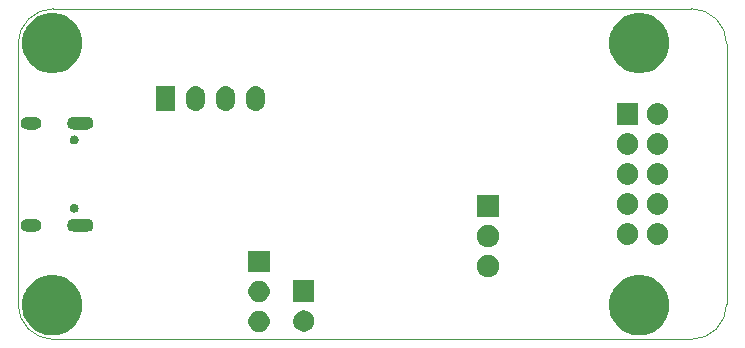
<source format=gbr>
G04 #@! TF.GenerationSoftware,KiCad,Pcbnew,5.1.5+dfsg1-2build2*
G04 #@! TF.CreationDate,2020-09-23T01:19:26+04:00*
G04 #@! TF.ProjectId,RailLink,5261696c-4c69-46e6-9b2e-6b696361645f,rev?*
G04 #@! TF.SameCoordinates,PX5f5e100PY7a12000*
G04 #@! TF.FileFunction,Soldermask,Bot*
G04 #@! TF.FilePolarity,Negative*
%FSLAX46Y46*%
G04 Gerber Fmt 4.6, Leading zero omitted, Abs format (unit mm)*
G04 Created by KiCad (PCBNEW 5.1.5+dfsg1-2build2) date 2020-09-23 01:19:26*
%MOMM*%
%LPD*%
G04 APERTURE LIST*
%ADD10C,0.050000*%
%ADD11C,0.160000*%
G04 APERTURE END LIST*
D10*
X3000000Y0D02*
G75*
G02X0Y3000000I0J3000000D01*
G01*
X0Y25000000D02*
G75*
G02X3000000Y28000000I3000000J0D01*
G01*
X57000000Y28000000D02*
G75*
G02X60000000Y25000000I0J-3000000D01*
G01*
X60000000Y3000000D02*
G75*
G02X57000000Y0I-3000000J0D01*
G01*
X57000000Y28000000D02*
X3000000Y28000000D01*
X60000000Y3000000D02*
X60000000Y25000000D01*
X3000000Y0D02*
X57000000Y0D01*
X0Y25000000D02*
X0Y3000000D01*
D11*
G36*
X53179589Y5384670D02*
G01*
X53343807Y5352005D01*
X53807878Y5159780D01*
X53860621Y5124538D01*
X54225529Y4880715D01*
X54580715Y4525529D01*
X54638545Y4438980D01*
X54810585Y4181504D01*
X54859781Y4107876D01*
X55052005Y3643806D01*
X55150000Y3151155D01*
X55150000Y2648845D01*
X55097600Y2385414D01*
X55052005Y2156193D01*
X54955708Y1923713D01*
X54865295Y1705435D01*
X54859780Y1692122D01*
X54804002Y1608644D01*
X54596090Y1297481D01*
X54580714Y1274470D01*
X54225530Y919286D01*
X53807878Y640220D01*
X53343807Y447995D01*
X53179589Y415330D01*
X52851155Y350000D01*
X52348845Y350000D01*
X52020411Y415330D01*
X51856193Y447995D01*
X51392122Y640220D01*
X50974470Y919286D01*
X50619286Y1274470D01*
X50603911Y1297481D01*
X50395998Y1608644D01*
X50340220Y1692122D01*
X50334706Y1705435D01*
X50244292Y1923713D01*
X50147995Y2156193D01*
X50102400Y2385414D01*
X50050000Y2648845D01*
X50050000Y3151155D01*
X50147995Y3643806D01*
X50340219Y4107876D01*
X50389416Y4181504D01*
X50561455Y4438980D01*
X50619285Y4525529D01*
X50974471Y4880715D01*
X51339379Y5124538D01*
X51392122Y5159780D01*
X51856193Y5352005D01*
X52020411Y5384670D01*
X52348845Y5450000D01*
X52851155Y5450000D01*
X53179589Y5384670D01*
G37*
G36*
X3479589Y5384670D02*
G01*
X3643807Y5352005D01*
X4107878Y5159780D01*
X4160621Y5124538D01*
X4525529Y4880715D01*
X4880715Y4525529D01*
X4938545Y4438980D01*
X5110585Y4181504D01*
X5159781Y4107876D01*
X5352005Y3643806D01*
X5450000Y3151155D01*
X5450000Y2648845D01*
X5397600Y2385414D01*
X5352005Y2156193D01*
X5255708Y1923713D01*
X5165295Y1705435D01*
X5159780Y1692122D01*
X5104002Y1608644D01*
X4896090Y1297481D01*
X4880714Y1274470D01*
X4525530Y919286D01*
X4107878Y640220D01*
X3643807Y447995D01*
X3479589Y415330D01*
X3151155Y350000D01*
X2648845Y350000D01*
X2320411Y415330D01*
X2156193Y447995D01*
X1692122Y640220D01*
X1274470Y919286D01*
X919286Y1274470D01*
X903911Y1297481D01*
X695998Y1608644D01*
X640220Y1692122D01*
X634706Y1705435D01*
X544292Y1923713D01*
X447995Y2156193D01*
X402400Y2385414D01*
X350000Y2648845D01*
X350000Y3151155D01*
X447995Y3643806D01*
X640219Y4107876D01*
X689416Y4181504D01*
X861455Y4438980D01*
X919285Y4525529D01*
X1274471Y4880715D01*
X1639379Y5124538D01*
X1692122Y5159780D01*
X2156193Y5352005D01*
X2320411Y5384670D01*
X2648845Y5450000D01*
X3151155Y5450000D01*
X3479589Y5384670D01*
G37*
G36*
X20604561Y2396943D02*
G01*
X20662520Y2385414D01*
X20826310Y2317570D01*
X20973717Y2219076D01*
X21099076Y2093717D01*
X21197570Y1946310D01*
X21265414Y1782520D01*
X21300000Y1608642D01*
X21300000Y1431358D01*
X21265414Y1257480D01*
X21197570Y1093690D01*
X21099076Y946283D01*
X20973717Y820924D01*
X20826310Y722430D01*
X20662520Y654586D01*
X20604561Y643057D01*
X20488644Y620000D01*
X20311356Y620000D01*
X20195439Y643057D01*
X20137480Y654586D01*
X19973690Y722430D01*
X19826283Y820924D01*
X19700924Y946283D01*
X19602430Y1093690D01*
X19534586Y1257480D01*
X19500000Y1431358D01*
X19500000Y1608642D01*
X19534586Y1782520D01*
X19602430Y1946310D01*
X19700924Y2093717D01*
X19826283Y2219076D01*
X19973690Y2317570D01*
X20137480Y2385414D01*
X20195439Y2396943D01*
X20311356Y2420000D01*
X20488644Y2420000D01*
X20604561Y2396943D01*
G37*
G36*
X24404561Y2436943D02*
G01*
X24462520Y2425414D01*
X24626310Y2357570D01*
X24773717Y2259076D01*
X24899076Y2133717D01*
X24997570Y1986310D01*
X25023499Y1923713D01*
X25065414Y1822519D01*
X25100000Y1648644D01*
X25100000Y1471356D01*
X25080742Y1374538D01*
X25065414Y1297480D01*
X24997570Y1133690D01*
X24899076Y986283D01*
X24773717Y860924D01*
X24626310Y762430D01*
X24462520Y694586D01*
X24404561Y683057D01*
X24288644Y660000D01*
X24111356Y660000D01*
X23995439Y683057D01*
X23937480Y694586D01*
X23773690Y762430D01*
X23626283Y860924D01*
X23500924Y986283D01*
X23402430Y1133690D01*
X23334586Y1297480D01*
X23319258Y1374538D01*
X23300000Y1471356D01*
X23300000Y1648644D01*
X23334586Y1822519D01*
X23376502Y1923713D01*
X23402430Y1986310D01*
X23500924Y2133717D01*
X23626283Y2259076D01*
X23773690Y2357570D01*
X23937480Y2425414D01*
X23995439Y2436943D01*
X24111356Y2460000D01*
X24288644Y2460000D01*
X24404561Y2436943D01*
G37*
G36*
X20604561Y4936943D02*
G01*
X20662520Y4925414D01*
X20826310Y4857570D01*
X20973717Y4759076D01*
X21099076Y4633717D01*
X21197570Y4486310D01*
X21264387Y4325000D01*
X21265414Y4322519D01*
X21300000Y4148644D01*
X21300000Y3971356D01*
X21276943Y3855439D01*
X21265414Y3797480D01*
X21197570Y3633690D01*
X21099076Y3486283D01*
X20973717Y3360924D01*
X20826310Y3262430D01*
X20662520Y3194586D01*
X20623668Y3186858D01*
X20488644Y3160000D01*
X20311356Y3160000D01*
X20176332Y3186858D01*
X20137480Y3194586D01*
X19973690Y3262430D01*
X19826283Y3360924D01*
X19700924Y3486283D01*
X19602430Y3633690D01*
X19534586Y3797480D01*
X19523057Y3855439D01*
X19500000Y3971356D01*
X19500000Y4148644D01*
X19534586Y4322519D01*
X19535614Y4325000D01*
X19602430Y4486310D01*
X19700924Y4633717D01*
X19826283Y4759076D01*
X19973690Y4857570D01*
X20137480Y4925414D01*
X20195439Y4936943D01*
X20311356Y4960000D01*
X20488644Y4960000D01*
X20604561Y4936943D01*
G37*
G36*
X25100000Y3200000D02*
G01*
X23300000Y3200000D01*
X23300000Y5000000D01*
X25100000Y5000000D01*
X25100000Y3200000D01*
G37*
G36*
X40077103Y7133493D02*
G01*
X40077106Y7133492D01*
X40077105Y7133492D01*
X40249994Y7061879D01*
X40405590Y6957913D01*
X40537913Y6825590D01*
X40537914Y6825588D01*
X40641880Y6669992D01*
X40713493Y6497103D01*
X40750000Y6313568D01*
X40750000Y6126432D01*
X40713493Y5942897D01*
X40713492Y5942895D01*
X40641879Y5770006D01*
X40537913Y5614410D01*
X40405590Y5482087D01*
X40249994Y5378121D01*
X40249993Y5378120D01*
X40249992Y5378120D01*
X40077103Y5306507D01*
X39893568Y5270000D01*
X39706432Y5270000D01*
X39522897Y5306507D01*
X39350008Y5378120D01*
X39350007Y5378120D01*
X39350006Y5378121D01*
X39194410Y5482087D01*
X39062087Y5614410D01*
X38958121Y5770006D01*
X38886508Y5942895D01*
X38886507Y5942897D01*
X38850000Y6126432D01*
X38850000Y6313568D01*
X38886507Y6497103D01*
X38958120Y6669992D01*
X39062086Y6825588D01*
X39062087Y6825590D01*
X39194410Y6957913D01*
X39350006Y7061879D01*
X39522895Y7133492D01*
X39522894Y7133492D01*
X39522897Y7133493D01*
X39706432Y7170000D01*
X39893568Y7170000D01*
X40077103Y7133493D01*
G37*
G36*
X21300000Y5700000D02*
G01*
X19500000Y5700000D01*
X19500000Y7500000D01*
X21300000Y7500000D01*
X21300000Y5700000D01*
G37*
G36*
X40077103Y9673493D02*
G01*
X40077106Y9673492D01*
X40077105Y9673492D01*
X40249994Y9601879D01*
X40405590Y9497913D01*
X40537913Y9365590D01*
X40634873Y9220479D01*
X40641880Y9209992D01*
X40713493Y9037103D01*
X40750000Y8853568D01*
X40750000Y8666432D01*
X40713493Y8482897D01*
X40653315Y8337614D01*
X40641879Y8310006D01*
X40537913Y8154410D01*
X40405590Y8022087D01*
X40249994Y7918121D01*
X40249993Y7918120D01*
X40249992Y7918120D01*
X40077103Y7846507D01*
X39893568Y7810000D01*
X39706432Y7810000D01*
X39522897Y7846507D01*
X39350008Y7918120D01*
X39350007Y7918120D01*
X39350006Y7918121D01*
X39194410Y8022087D01*
X39062087Y8154410D01*
X38958121Y8310006D01*
X38946685Y8337614D01*
X38886507Y8482897D01*
X38850000Y8666432D01*
X38850000Y8853568D01*
X38886507Y9037103D01*
X38958120Y9209992D01*
X38965127Y9220479D01*
X39062087Y9365590D01*
X39194410Y9497913D01*
X39350006Y9601879D01*
X39522895Y9673492D01*
X39522894Y9673492D01*
X39522897Y9673493D01*
X39706432Y9710000D01*
X39893568Y9710000D01*
X40077103Y9673493D01*
G37*
G36*
X54288817Y9821897D02*
G01*
X54406487Y9798491D01*
X54572752Y9729622D01*
X54722386Y9629640D01*
X54849640Y9502386D01*
X54949622Y9352752D01*
X55018491Y9186487D01*
X55053600Y9009982D01*
X55053600Y8830018D01*
X55018491Y8653513D01*
X54949622Y8487248D01*
X54849640Y8337614D01*
X54722386Y8210360D01*
X54572752Y8110378D01*
X54406487Y8041509D01*
X54308846Y8022087D01*
X54229983Y8006400D01*
X54050017Y8006400D01*
X53971154Y8022087D01*
X53873513Y8041509D01*
X53707248Y8110378D01*
X53557614Y8210360D01*
X53430360Y8337614D01*
X53330378Y8487248D01*
X53261509Y8653513D01*
X53226400Y8830018D01*
X53226400Y9009982D01*
X53261509Y9186487D01*
X53330378Y9352752D01*
X53430360Y9502386D01*
X53557614Y9629640D01*
X53707248Y9729622D01*
X53873513Y9798491D01*
X53991183Y9821897D01*
X54050017Y9833600D01*
X54229983Y9833600D01*
X54288817Y9821897D01*
G37*
G36*
X51748817Y9821897D02*
G01*
X51866487Y9798491D01*
X52032752Y9729622D01*
X52182386Y9629640D01*
X52309640Y9502386D01*
X52409622Y9352752D01*
X52478491Y9186487D01*
X52513600Y9009982D01*
X52513600Y8830018D01*
X52478491Y8653513D01*
X52409622Y8487248D01*
X52309640Y8337614D01*
X52182386Y8210360D01*
X52032752Y8110378D01*
X51866487Y8041509D01*
X51768846Y8022087D01*
X51689983Y8006400D01*
X51510017Y8006400D01*
X51431154Y8022087D01*
X51333513Y8041509D01*
X51167248Y8110378D01*
X51017614Y8210360D01*
X50890360Y8337614D01*
X50790378Y8487248D01*
X50721509Y8653513D01*
X50686400Y8830018D01*
X50686400Y9009982D01*
X50721509Y9186487D01*
X50790378Y9352752D01*
X50890360Y9502386D01*
X51017614Y9629640D01*
X51167248Y9729622D01*
X51333513Y9798491D01*
X51451183Y9821897D01*
X51510017Y9833600D01*
X51689983Y9833600D01*
X51748817Y9821897D01*
G37*
G36*
X5910885Y10224695D02*
G01*
X5937819Y10222042D01*
X5972377Y10211559D01*
X6041496Y10190592D01*
X6137039Y10139523D01*
X6137040Y10139522D01*
X6137042Y10139521D01*
X6220790Y10070790D01*
X6289523Y9987039D01*
X6340592Y9891496D01*
X6358154Y9833600D01*
X6368805Y9798491D01*
X6372042Y9787818D01*
X6382661Y9680000D01*
X6372042Y9572182D01*
X6340592Y9468504D01*
X6289523Y9372961D01*
X6289521Y9372958D01*
X6220790Y9289210D01*
X6137042Y9220479D01*
X6137040Y9220478D01*
X6137039Y9220477D01*
X6041496Y9169408D01*
X5972377Y9148441D01*
X5937819Y9137958D01*
X5910885Y9135305D01*
X5857020Y9130000D01*
X4702980Y9130000D01*
X4649115Y9135305D01*
X4622181Y9137958D01*
X4587623Y9148441D01*
X4518504Y9169408D01*
X4422961Y9220477D01*
X4422960Y9220478D01*
X4422958Y9220479D01*
X4339210Y9289210D01*
X4270479Y9372958D01*
X4270477Y9372961D01*
X4219408Y9468504D01*
X4187958Y9572182D01*
X4177339Y9680000D01*
X4187958Y9787818D01*
X4191196Y9798491D01*
X4201846Y9833600D01*
X4219408Y9891496D01*
X4270477Y9987039D01*
X4339210Y10070790D01*
X4422958Y10139521D01*
X4422960Y10139522D01*
X4422961Y10139523D01*
X4518504Y10190592D01*
X4587623Y10211559D01*
X4622181Y10222042D01*
X4649115Y10224695D01*
X4702980Y10230000D01*
X5857020Y10230000D01*
X5910885Y10224695D01*
G37*
G36*
X1480885Y10224695D02*
G01*
X1507819Y10222042D01*
X1542377Y10211559D01*
X1611496Y10190592D01*
X1707039Y10139523D01*
X1707040Y10139522D01*
X1707042Y10139521D01*
X1790790Y10070790D01*
X1859523Y9987039D01*
X1910592Y9891496D01*
X1928154Y9833600D01*
X1938805Y9798491D01*
X1942042Y9787818D01*
X1952661Y9680000D01*
X1942042Y9572182D01*
X1910592Y9468504D01*
X1859523Y9372961D01*
X1859521Y9372958D01*
X1790790Y9289210D01*
X1707042Y9220479D01*
X1707040Y9220478D01*
X1707039Y9220477D01*
X1611496Y9169408D01*
X1542377Y9148441D01*
X1507819Y9137958D01*
X1480885Y9135305D01*
X1427020Y9130000D01*
X772980Y9130000D01*
X719115Y9135305D01*
X692181Y9137958D01*
X657623Y9148441D01*
X588504Y9169408D01*
X492961Y9220477D01*
X492960Y9220478D01*
X492958Y9220479D01*
X409210Y9289210D01*
X340479Y9372958D01*
X340477Y9372961D01*
X289408Y9468504D01*
X257958Y9572182D01*
X247339Y9680000D01*
X257958Y9787818D01*
X261196Y9798491D01*
X271846Y9833600D01*
X289408Y9891496D01*
X340477Y9987039D01*
X409210Y10070790D01*
X492958Y10139521D01*
X492960Y10139522D01*
X492961Y10139523D01*
X588504Y10190592D01*
X657623Y10211559D01*
X692181Y10222042D01*
X719115Y10224695D01*
X772980Y10230000D01*
X1427020Y10230000D01*
X1480885Y10224695D01*
G37*
G36*
X40750000Y10350000D02*
G01*
X38850000Y10350000D01*
X38850000Y12250000D01*
X40750000Y12250000D01*
X40750000Y10350000D01*
G37*
G36*
X54288817Y12361897D02*
G01*
X54406487Y12338491D01*
X54572752Y12269622D01*
X54722386Y12169640D01*
X54849640Y12042386D01*
X54949622Y11892752D01*
X55018491Y11726487D01*
X55053600Y11549982D01*
X55053600Y11370018D01*
X55018491Y11193513D01*
X54949622Y11027248D01*
X54849640Y10877614D01*
X54722386Y10750360D01*
X54572752Y10650378D01*
X54406487Y10581509D01*
X54288817Y10558103D01*
X54229983Y10546400D01*
X54050017Y10546400D01*
X53991183Y10558103D01*
X53873513Y10581509D01*
X53707248Y10650378D01*
X53557614Y10750360D01*
X53430360Y10877614D01*
X53330378Y11027248D01*
X53261509Y11193513D01*
X53226400Y11370018D01*
X53226400Y11549982D01*
X53261509Y11726487D01*
X53330378Y11892752D01*
X53430360Y12042386D01*
X53557614Y12169640D01*
X53707248Y12269622D01*
X53873513Y12338491D01*
X53991183Y12361897D01*
X54050017Y12373600D01*
X54229983Y12373600D01*
X54288817Y12361897D01*
G37*
G36*
X51748817Y12361897D02*
G01*
X51866487Y12338491D01*
X52032752Y12269622D01*
X52182386Y12169640D01*
X52309640Y12042386D01*
X52409622Y11892752D01*
X52478491Y11726487D01*
X52513600Y11549982D01*
X52513600Y11370018D01*
X52478491Y11193513D01*
X52409622Y11027248D01*
X52309640Y10877614D01*
X52182386Y10750360D01*
X52032752Y10650378D01*
X51866487Y10581509D01*
X51748817Y10558103D01*
X51689983Y10546400D01*
X51510017Y10546400D01*
X51451183Y10558103D01*
X51333513Y10581509D01*
X51167248Y10650378D01*
X51017614Y10750360D01*
X50890360Y10877614D01*
X50790378Y11027248D01*
X50721509Y11193513D01*
X50686400Y11370018D01*
X50686400Y11549982D01*
X50721509Y11726487D01*
X50790378Y11892752D01*
X50890360Y12042386D01*
X51017614Y12169640D01*
X51167248Y12269622D01*
X51333513Y12338491D01*
X51451183Y12361897D01*
X51510017Y12373600D01*
X51689983Y12373600D01*
X51748817Y12361897D01*
G37*
G36*
X4859383Y11470589D02*
G01*
X4927629Y11442320D01*
X4958546Y11421662D01*
X4989047Y11401282D01*
X5041282Y11349047D01*
X5082321Y11287627D01*
X5110589Y11219383D01*
X5125000Y11146935D01*
X5125000Y11073065D01*
X5110589Y11000617D01*
X5082321Y10932373D01*
X5045733Y10877614D01*
X5041281Y10870952D01*
X4989048Y10818719D01*
X4927629Y10777680D01*
X4927628Y10777679D01*
X4927627Y10777679D01*
X4859383Y10749411D01*
X4786935Y10735000D01*
X4713065Y10735000D01*
X4640617Y10749411D01*
X4572373Y10777679D01*
X4572372Y10777679D01*
X4572371Y10777680D01*
X4510952Y10818719D01*
X4458719Y10870952D01*
X4454268Y10877614D01*
X4417679Y10932373D01*
X4389411Y11000617D01*
X4375000Y11073065D01*
X4375000Y11146935D01*
X4389411Y11219383D01*
X4417679Y11287627D01*
X4458718Y11349047D01*
X4510953Y11401282D01*
X4541454Y11421662D01*
X4572371Y11442320D01*
X4640617Y11470589D01*
X4713065Y11485000D01*
X4786935Y11485000D01*
X4859383Y11470589D01*
G37*
G36*
X54288817Y14901897D02*
G01*
X54406487Y14878491D01*
X54572752Y14809622D01*
X54722386Y14709640D01*
X54849640Y14582386D01*
X54949622Y14432752D01*
X55018491Y14266487D01*
X55053600Y14089982D01*
X55053600Y13910018D01*
X55018491Y13733513D01*
X54949622Y13567248D01*
X54849640Y13417614D01*
X54722386Y13290360D01*
X54572752Y13190378D01*
X54406487Y13121509D01*
X54288817Y13098103D01*
X54229983Y13086400D01*
X54050017Y13086400D01*
X53991183Y13098103D01*
X53873513Y13121509D01*
X53707248Y13190378D01*
X53557614Y13290360D01*
X53430360Y13417614D01*
X53330378Y13567248D01*
X53261509Y13733513D01*
X53226400Y13910018D01*
X53226400Y14089982D01*
X53261509Y14266487D01*
X53330378Y14432752D01*
X53430360Y14582386D01*
X53557614Y14709640D01*
X53707248Y14809622D01*
X53873513Y14878491D01*
X53991183Y14901897D01*
X54050017Y14913600D01*
X54229983Y14913600D01*
X54288817Y14901897D01*
G37*
G36*
X51748817Y14901897D02*
G01*
X51866487Y14878491D01*
X52032752Y14809622D01*
X52182386Y14709640D01*
X52309640Y14582386D01*
X52409622Y14432752D01*
X52478491Y14266487D01*
X52513600Y14089982D01*
X52513600Y13910018D01*
X52478491Y13733513D01*
X52409622Y13567248D01*
X52309640Y13417614D01*
X52182386Y13290360D01*
X52032752Y13190378D01*
X51866487Y13121509D01*
X51748817Y13098103D01*
X51689983Y13086400D01*
X51510017Y13086400D01*
X51451183Y13098103D01*
X51333513Y13121509D01*
X51167248Y13190378D01*
X51017614Y13290360D01*
X50890360Y13417614D01*
X50790378Y13567248D01*
X50721509Y13733513D01*
X50686400Y13910018D01*
X50686400Y14089982D01*
X50721509Y14266487D01*
X50790378Y14432752D01*
X50890360Y14582386D01*
X51017614Y14709640D01*
X51167248Y14809622D01*
X51333513Y14878491D01*
X51451183Y14901897D01*
X51510017Y14913600D01*
X51689983Y14913600D01*
X51748817Y14901897D01*
G37*
G36*
X51748817Y17441897D02*
G01*
X51866487Y17418491D01*
X52032752Y17349622D01*
X52182386Y17249640D01*
X52309640Y17122386D01*
X52409622Y16972752D01*
X52478491Y16806487D01*
X52513600Y16629982D01*
X52513600Y16450018D01*
X52478491Y16273513D01*
X52409622Y16107248D01*
X52309640Y15957614D01*
X52182386Y15830360D01*
X52032752Y15730378D01*
X51866487Y15661509D01*
X51748817Y15638103D01*
X51689983Y15626400D01*
X51510017Y15626400D01*
X51451183Y15638103D01*
X51333513Y15661509D01*
X51167248Y15730378D01*
X51017614Y15830360D01*
X50890360Y15957614D01*
X50790378Y16107248D01*
X50721509Y16273513D01*
X50686400Y16450018D01*
X50686400Y16629982D01*
X50721509Y16806487D01*
X50790378Y16972752D01*
X50890360Y17122386D01*
X51017614Y17249640D01*
X51167248Y17349622D01*
X51333513Y17418491D01*
X51451183Y17441897D01*
X51510017Y17453600D01*
X51689983Y17453600D01*
X51748817Y17441897D01*
G37*
G36*
X54288817Y17441897D02*
G01*
X54406487Y17418491D01*
X54572752Y17349622D01*
X54722386Y17249640D01*
X54849640Y17122386D01*
X54949622Y16972752D01*
X55018491Y16806487D01*
X55053600Y16629982D01*
X55053600Y16450018D01*
X55018491Y16273513D01*
X54949622Y16107248D01*
X54849640Y15957614D01*
X54722386Y15830360D01*
X54572752Y15730378D01*
X54406487Y15661509D01*
X54288817Y15638103D01*
X54229983Y15626400D01*
X54050017Y15626400D01*
X53991183Y15638103D01*
X53873513Y15661509D01*
X53707248Y15730378D01*
X53557614Y15830360D01*
X53430360Y15957614D01*
X53330378Y16107248D01*
X53261509Y16273513D01*
X53226400Y16450018D01*
X53226400Y16629982D01*
X53261509Y16806487D01*
X53330378Y16972752D01*
X53430360Y17122386D01*
X53557614Y17249640D01*
X53707248Y17349622D01*
X53873513Y17418491D01*
X53991183Y17441897D01*
X54050017Y17453600D01*
X54229983Y17453600D01*
X54288817Y17441897D01*
G37*
G36*
X4859383Y17250589D02*
G01*
X4927629Y17222320D01*
X4958546Y17201662D01*
X4989047Y17181282D01*
X5041282Y17129047D01*
X5082321Y17067627D01*
X5110589Y16999383D01*
X5125000Y16926935D01*
X5125000Y16853065D01*
X5110589Y16780617D01*
X5082320Y16712371D01*
X5041281Y16650952D01*
X4989048Y16598719D01*
X4927629Y16557680D01*
X4927628Y16557679D01*
X4927627Y16557679D01*
X4859383Y16529411D01*
X4786935Y16515000D01*
X4713065Y16515000D01*
X4640617Y16529411D01*
X4572373Y16557679D01*
X4572372Y16557679D01*
X4572371Y16557680D01*
X4510952Y16598719D01*
X4458719Y16650952D01*
X4417680Y16712371D01*
X4389411Y16780617D01*
X4375000Y16853065D01*
X4375000Y16926935D01*
X4389411Y16999383D01*
X4417679Y17067627D01*
X4458718Y17129047D01*
X4510953Y17181282D01*
X4541454Y17201662D01*
X4572371Y17222320D01*
X4640617Y17250589D01*
X4713065Y17265000D01*
X4786935Y17265000D01*
X4859383Y17250589D01*
G37*
G36*
X5910885Y18864695D02*
G01*
X5937819Y18862042D01*
X5972377Y18851559D01*
X6041496Y18830592D01*
X6137039Y18779523D01*
X6137040Y18779522D01*
X6137042Y18779521D01*
X6220790Y18710790D01*
X6272937Y18647250D01*
X6289523Y18627039D01*
X6340592Y18531496D01*
X6350869Y18497616D01*
X6372042Y18427819D01*
X6382661Y18320000D01*
X6372042Y18212181D01*
X6361559Y18177623D01*
X6340592Y18108504D01*
X6289523Y18012961D01*
X6289521Y18012958D01*
X6220790Y17929210D01*
X6137042Y17860479D01*
X6137040Y17860478D01*
X6137039Y17860477D01*
X6041496Y17809408D01*
X5972377Y17788441D01*
X5937819Y17777958D01*
X5910885Y17775305D01*
X5857020Y17770000D01*
X4702980Y17770000D01*
X4649115Y17775305D01*
X4622181Y17777958D01*
X4587623Y17788441D01*
X4518504Y17809408D01*
X4422961Y17860477D01*
X4422960Y17860478D01*
X4422958Y17860479D01*
X4339210Y17929210D01*
X4270479Y18012958D01*
X4270477Y18012961D01*
X4219408Y18108504D01*
X4198441Y18177623D01*
X4187958Y18212181D01*
X4177339Y18320000D01*
X4187958Y18427819D01*
X4209131Y18497616D01*
X4219408Y18531496D01*
X4270477Y18627039D01*
X4287064Y18647250D01*
X4339210Y18710790D01*
X4422958Y18779521D01*
X4422960Y18779522D01*
X4422961Y18779523D01*
X4518504Y18830592D01*
X4587623Y18851559D01*
X4622181Y18862042D01*
X4649115Y18864695D01*
X4702980Y18870000D01*
X5857020Y18870000D01*
X5910885Y18864695D01*
G37*
G36*
X1480885Y18864695D02*
G01*
X1507819Y18862042D01*
X1542377Y18851559D01*
X1611496Y18830592D01*
X1707039Y18779523D01*
X1707040Y18779522D01*
X1707042Y18779521D01*
X1790790Y18710790D01*
X1842937Y18647250D01*
X1859523Y18627039D01*
X1910592Y18531496D01*
X1920869Y18497616D01*
X1942042Y18427819D01*
X1952661Y18320000D01*
X1942042Y18212181D01*
X1931559Y18177623D01*
X1910592Y18108504D01*
X1859523Y18012961D01*
X1859521Y18012958D01*
X1790790Y17929210D01*
X1707042Y17860479D01*
X1707040Y17860478D01*
X1707039Y17860477D01*
X1611496Y17809408D01*
X1542377Y17788441D01*
X1507819Y17777958D01*
X1480885Y17775305D01*
X1427020Y17770000D01*
X772980Y17770000D01*
X719115Y17775305D01*
X692181Y17777958D01*
X657623Y17788441D01*
X588504Y17809408D01*
X492961Y17860477D01*
X492960Y17860478D01*
X492958Y17860479D01*
X409210Y17929210D01*
X340479Y18012958D01*
X340477Y18012961D01*
X289408Y18108504D01*
X268441Y18177623D01*
X257958Y18212181D01*
X247339Y18320000D01*
X257958Y18427819D01*
X279131Y18497616D01*
X289408Y18531496D01*
X340477Y18627039D01*
X357064Y18647250D01*
X409210Y18710790D01*
X492958Y18779521D01*
X492960Y18779522D01*
X492961Y18779523D01*
X588504Y18830592D01*
X657623Y18851559D01*
X692181Y18862042D01*
X719115Y18864695D01*
X772980Y18870000D01*
X1427020Y18870000D01*
X1480885Y18864695D01*
G37*
G36*
X54288817Y19981897D02*
G01*
X54406487Y19958491D01*
X54572752Y19889622D01*
X54722386Y19789640D01*
X54849640Y19662386D01*
X54949622Y19512752D01*
X55018491Y19346487D01*
X55053600Y19169982D01*
X55053600Y18990018D01*
X55018491Y18813513D01*
X54949622Y18647248D01*
X54849640Y18497614D01*
X54722386Y18370360D01*
X54572752Y18270378D01*
X54406487Y18201509D01*
X54288817Y18178103D01*
X54229983Y18166400D01*
X54050017Y18166400D01*
X53991183Y18178103D01*
X53873513Y18201509D01*
X53707248Y18270378D01*
X53557614Y18370360D01*
X53430360Y18497614D01*
X53330378Y18647248D01*
X53261509Y18813513D01*
X53226400Y18990018D01*
X53226400Y19169982D01*
X53261509Y19346487D01*
X53330378Y19512752D01*
X53430360Y19662386D01*
X53557614Y19789640D01*
X53707248Y19889622D01*
X53873513Y19958491D01*
X53991183Y19981897D01*
X54050017Y19993600D01*
X54229983Y19993600D01*
X54288817Y19981897D01*
G37*
G36*
X52513600Y18166400D02*
G01*
X50686400Y18166400D01*
X50686400Y19993600D01*
X52513600Y19993600D01*
X52513600Y18166400D01*
G37*
G36*
X20276826Y21438424D02*
G01*
X20427628Y21392679D01*
X20566604Y21318395D01*
X20688422Y21218422D01*
X20788395Y21096605D01*
X20862679Y20957629D01*
X20908424Y20806827D01*
X20920000Y20689295D01*
X20920000Y20110705D01*
X20908424Y19993173D01*
X20862679Y19842371D01*
X20788395Y19703395D01*
X20688422Y19581578D01*
X20566605Y19481605D01*
X20427629Y19407321D01*
X20276827Y19361576D01*
X20120000Y19346130D01*
X19963174Y19361576D01*
X19812372Y19407321D01*
X19673396Y19481605D01*
X19551579Y19581578D01*
X19451607Y19703394D01*
X19400916Y19798229D01*
X19377320Y19842373D01*
X19331576Y19993173D01*
X19320000Y20110705D01*
X19320000Y20689294D01*
X19331576Y20806826D01*
X19377321Y20957628D01*
X19451605Y21096604D01*
X19551578Y21218422D01*
X19673395Y21318395D01*
X19812371Y21392679D01*
X19963173Y21438424D01*
X20120000Y21453870D01*
X20276826Y21438424D01*
G37*
G36*
X17736826Y21438424D02*
G01*
X17887628Y21392679D01*
X18026604Y21318395D01*
X18148422Y21218422D01*
X18248395Y21096605D01*
X18322679Y20957629D01*
X18368424Y20806827D01*
X18380000Y20689295D01*
X18380000Y20110705D01*
X18368424Y19993173D01*
X18322679Y19842371D01*
X18248395Y19703395D01*
X18148422Y19581578D01*
X18026605Y19481605D01*
X17887629Y19407321D01*
X17736827Y19361576D01*
X17580000Y19346130D01*
X17423174Y19361576D01*
X17272372Y19407321D01*
X17133396Y19481605D01*
X17011579Y19581578D01*
X16911607Y19703394D01*
X16860916Y19798229D01*
X16837320Y19842373D01*
X16791576Y19993173D01*
X16780000Y20110705D01*
X16780000Y20689294D01*
X16791576Y20806826D01*
X16837321Y20957628D01*
X16911605Y21096604D01*
X17011578Y21218422D01*
X17133395Y21318395D01*
X17272371Y21392679D01*
X17423173Y21438424D01*
X17580000Y21453870D01*
X17736826Y21438424D01*
G37*
G36*
X15196826Y21438424D02*
G01*
X15347628Y21392679D01*
X15486604Y21318395D01*
X15608422Y21218422D01*
X15708395Y21096605D01*
X15782679Y20957629D01*
X15828424Y20806827D01*
X15840000Y20689295D01*
X15840000Y20110705D01*
X15828424Y19993173D01*
X15782679Y19842371D01*
X15708395Y19703395D01*
X15608422Y19581578D01*
X15486605Y19481605D01*
X15347629Y19407321D01*
X15196827Y19361576D01*
X15040000Y19346130D01*
X14883174Y19361576D01*
X14732372Y19407321D01*
X14593396Y19481605D01*
X14471579Y19581578D01*
X14371607Y19703394D01*
X14320916Y19798229D01*
X14297320Y19842373D01*
X14251576Y19993173D01*
X14240000Y20110705D01*
X14240000Y20689294D01*
X14251576Y20806826D01*
X14297321Y20957628D01*
X14371605Y21096604D01*
X14471578Y21218422D01*
X14593395Y21318395D01*
X14732371Y21392679D01*
X14883173Y21438424D01*
X15040000Y21453870D01*
X15196826Y21438424D01*
G37*
G36*
X13300000Y19350000D02*
G01*
X11700000Y19350000D01*
X11700000Y21450000D01*
X13300000Y21450000D01*
X13300000Y19350000D01*
G37*
G36*
X53179589Y27584670D02*
G01*
X53343807Y27552005D01*
X53807878Y27359780D01*
X54225530Y27080714D01*
X54580714Y26725530D01*
X54810585Y26381504D01*
X54859781Y26307876D01*
X55052005Y25843806D01*
X55150000Y25351155D01*
X55150000Y24848845D01*
X55052005Y24356194D01*
X54865295Y23905435D01*
X54859780Y23892122D01*
X54580714Y23474470D01*
X54225530Y23119286D01*
X53807878Y22840220D01*
X53343807Y22647995D01*
X53179589Y22615330D01*
X52851155Y22550000D01*
X52348845Y22550000D01*
X52020411Y22615330D01*
X51856193Y22647995D01*
X51392122Y22840220D01*
X50974470Y23119286D01*
X50619286Y23474470D01*
X50340220Y23892122D01*
X50334706Y23905435D01*
X50147995Y24356194D01*
X50050000Y24848845D01*
X50050000Y25351155D01*
X50147995Y25843806D01*
X50340219Y26307876D01*
X50389416Y26381504D01*
X50619286Y26725530D01*
X50974470Y27080714D01*
X51392122Y27359780D01*
X51856193Y27552005D01*
X52020411Y27584670D01*
X52348845Y27650000D01*
X52851155Y27650000D01*
X53179589Y27584670D01*
G37*
G36*
X3479589Y27584670D02*
G01*
X3643807Y27552005D01*
X4107878Y27359780D01*
X4525530Y27080714D01*
X4880714Y26725530D01*
X5110585Y26381504D01*
X5159781Y26307876D01*
X5352005Y25843806D01*
X5450000Y25351155D01*
X5450000Y24848845D01*
X5352005Y24356194D01*
X5165295Y23905435D01*
X5159780Y23892122D01*
X4880714Y23474470D01*
X4525530Y23119286D01*
X4107878Y22840220D01*
X3643807Y22647995D01*
X3479589Y22615330D01*
X3151155Y22550000D01*
X2648845Y22550000D01*
X2320411Y22615330D01*
X2156193Y22647995D01*
X1692122Y22840220D01*
X1274470Y23119286D01*
X919286Y23474470D01*
X640220Y23892122D01*
X634706Y23905435D01*
X447995Y24356194D01*
X350000Y24848845D01*
X350000Y25351155D01*
X447995Y25843806D01*
X640219Y26307876D01*
X689416Y26381504D01*
X919286Y26725530D01*
X1274470Y27080714D01*
X1692122Y27359780D01*
X2156193Y27552005D01*
X2320411Y27584670D01*
X2648845Y27650000D01*
X3151155Y27650000D01*
X3479589Y27584670D01*
G37*
M02*

</source>
